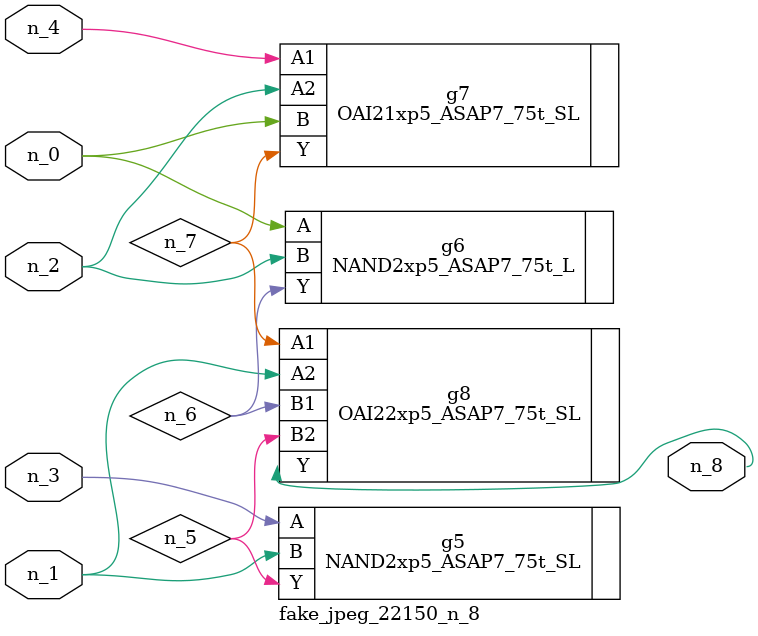
<source format=v>
module fake_jpeg_22150_n_8 (n_3, n_2, n_1, n_0, n_4, n_8);

input n_3;
input n_2;
input n_1;
input n_0;
input n_4;

output n_8;

wire n_6;
wire n_5;
wire n_7;

NAND2xp5_ASAP7_75t_SL g5 ( 
.A(n_3),
.B(n_1),
.Y(n_5)
);

NAND2xp5_ASAP7_75t_L g6 ( 
.A(n_0),
.B(n_2),
.Y(n_6)
);

OAI21xp5_ASAP7_75t_SL g7 ( 
.A1(n_4),
.A2(n_2),
.B(n_0),
.Y(n_7)
);

OAI22xp5_ASAP7_75t_SL g8 ( 
.A1(n_7),
.A2(n_1),
.B1(n_6),
.B2(n_5),
.Y(n_8)
);


endmodule
</source>
